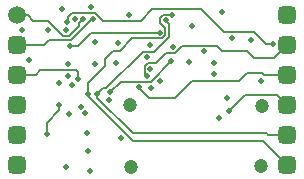
<source format=gbl>
G04*
G04 #@! TF.GenerationSoftware,Altium Limited,Altium Designer,20.0.10 (225)*
G04*
G04 Layer_Physical_Order=4*
G04 Layer_Color=16711680*
%FSLAX44Y44*%
%MOMM*%
G71*
G01*
G75*
%ADD12C,0.2000*%
%ADD13C,0.1500*%
G04:AMPARAMS|DCode=31|XSize=1.5mm|YSize=1.5mm|CornerRadius=0.375mm|HoleSize=0mm|Usage=FLASHONLY|Rotation=180.000|XOffset=0mm|YOffset=0mm|HoleType=Round|Shape=RoundedRectangle|*
%AMROUNDEDRECTD31*
21,1,1.5000,0.7500,0,0,180.0*
21,1,0.7500,1.5000,0,0,180.0*
1,1,0.7500,-0.3750,0.3750*
1,1,0.7500,0.3750,0.3750*
1,1,0.7500,0.3750,-0.3750*
1,1,0.7500,-0.3750,-0.3750*
%
%ADD31ROUNDEDRECTD31*%
%ADD32C,1.5000*%
%ADD33C,0.5000*%
%ADD34C,1.2000*%
D12*
X79250Y122000D02*
X104750D01*
X113002Y70500D02*
X130006Y87504D01*
X105554Y70500D02*
X113002D01*
X114506Y131756D02*
X155329D01*
X104750Y122000D02*
X114506Y131756D01*
X155329D02*
X174835Y112250D01*
X210745Y102255D02*
X217011D01*
X55450Y123200D02*
Y123500D01*
X43771Y109250D02*
X52021Y117500D01*
X38500Y109250D02*
X43771D01*
X25750Y122000D02*
X38500Y109250D01*
X52021Y119771D02*
X55450Y123200D01*
X52021Y117500D02*
Y119771D01*
X63221Y123750D02*
X63983D01*
X45221Y105750D02*
X63221Y123750D01*
X26914Y105750D02*
X45221D01*
X174835Y112250D02*
X200750D01*
X210745Y102255D01*
X51753Y72503D02*
Y78242D01*
X51750Y78245D02*
X51753Y78242D01*
X51750Y78245D02*
X51753Y78247D01*
X49750Y80250D02*
X51753Y78247D01*
X19750Y80250D02*
X49750D01*
X15750Y76250D02*
X19750Y80250D01*
X25000Y26000D02*
Y35751D01*
X0Y76200D02*
X15750D01*
X35500Y46251D02*
Y50500D01*
X25000Y35751D02*
X35500Y46251D01*
X105516Y70538D02*
X105554Y70500D01*
X87789Y70538D02*
X105516D01*
X78754Y61503D02*
X87789Y70538D01*
X22764Y101600D02*
X26914Y105750D01*
X13770Y122000D02*
X25750D01*
X8770Y127000D02*
X13770Y122000D01*
X0Y127000D02*
X8770D01*
X0Y101600D02*
X22764D01*
D13*
X66297Y128506D02*
X72804Y122000D01*
X46785Y128506D02*
X66297D01*
X43172Y124893D02*
X46785Y128506D01*
X43172Y121426D02*
Y124893D01*
X42502Y120756D02*
X43172Y121426D01*
X72804Y122000D02*
X79250D01*
X179000Y45250D02*
X193250Y59500D01*
X219900D02*
X228600Y50800D01*
X193250Y59500D02*
X219900D01*
X110925Y86250D02*
X117301D01*
X126051Y95000D02*
X133968D01*
X117301Y86250D02*
X126051Y95000D01*
X133968D02*
X139967Y101000D01*
X108142Y83468D02*
X110925Y86250D01*
X121014Y124224D02*
X123796Y127007D01*
X126627Y121065D02*
Y121394D01*
X131256Y127007D02*
X131506Y126756D01*
X123796Y127007D02*
X131256D01*
X121014Y119961D02*
X125500Y115475D01*
X121014Y119961D02*
Y124224D01*
X125764Y122257D02*
X126627Y121394D01*
X115710Y95750D02*
X128500Y108540D01*
Y119192D01*
X126627Y121065D02*
X128500Y119192D01*
X125500Y109782D02*
Y115475D01*
X122718Y107000D02*
X125500Y109782D01*
X139967Y101000D02*
X169032D01*
X173431Y96600D01*
X194701D01*
X200445Y90856D01*
X217856D01*
X228600Y101600D01*
X209031Y76200D02*
X228600D01*
X207227Y78004D02*
X209031Y76200D01*
X194731Y78004D02*
X207227D01*
X187949Y71222D02*
X194731Y78004D01*
X148440Y71222D02*
X187949D01*
X133968Y56750D02*
X148440Y71222D01*
X44502Y100255D02*
X51255D01*
X59750Y69218D02*
X74016Y83484D01*
X59858Y58614D02*
Y60000D01*
X59750Y58506D02*
X59858Y58614D01*
Y60000D02*
Y69110D01*
X59750Y69218D02*
X59858Y69110D01*
X59750Y58506D02*
X98006Y20250D01*
X106283Y95750D02*
X115710D01*
X98006Y20250D02*
X208350D01*
X108142Y77058D02*
X109700Y75500D01*
X103445Y64852D02*
Y65538D01*
Y64852D02*
X111547Y56750D01*
X133968D01*
X108142Y77058D02*
Y83468D01*
X68003Y56286D02*
Y60003D01*
X75533Y65000D02*
X106283Y95750D01*
X68003Y60003D02*
X73000Y65000D01*
X75533D01*
X68003Y56286D02*
X97740Y26549D01*
X211238D01*
X51255Y100255D02*
X62750Y111750D01*
X81250Y96750D02*
X87282D01*
X74016Y89516D02*
X81250Y96750D01*
X74016Y83484D02*
Y89516D01*
X87282Y96750D02*
X97532Y107000D01*
X122718D01*
X208350Y20250D02*
X228600Y0D01*
X212387Y25400D02*
X228600D01*
X211238Y26549D02*
X212387Y25400D01*
X62750Y111750D02*
X120750D01*
D31*
X0Y0D02*
D03*
Y25400D02*
D03*
Y50800D02*
D03*
Y101600D02*
D03*
Y76200D02*
D03*
X228600Y0D02*
D03*
Y25400D02*
D03*
Y50800D02*
D03*
Y76200D02*
D03*
Y101600D02*
D03*
Y127000D02*
D03*
D32*
X0D02*
D03*
D33*
X62253Y133257D02*
D03*
X206760Y71253D02*
D03*
X147948Y117250D02*
D03*
X130006Y87504D02*
D03*
X125764Y122257D02*
D03*
X131506Y126756D02*
D03*
X132000Y99750D02*
D03*
X166250Y86500D02*
D03*
X145750Y87000D02*
D03*
X158500Y96250D02*
D03*
X217011Y102255D02*
D03*
X55450Y123500D02*
D03*
X41700Y114250D02*
D03*
X42502Y120756D02*
D03*
X48752Y123756D02*
D03*
X63983Y123750D02*
D03*
X44502Y100255D02*
D03*
X37927Y131650D02*
D03*
X4500Y114500D02*
D03*
X95000Y127250D02*
D03*
X44250Y43000D02*
D03*
X51753Y72503D02*
D03*
X46089Y67968D02*
D03*
X43450Y74947D02*
D03*
X35252Y69003D02*
D03*
X77754Y55003D02*
D03*
X59858Y60000D02*
D03*
X87500Y22500D02*
D03*
X25000Y26000D02*
D03*
X35500Y50500D02*
D03*
X121006Y70753D02*
D03*
X112892Y81500D02*
D03*
X109750Y91000D02*
D03*
X113256Y65253D02*
D03*
X109700Y75500D02*
D03*
X103445Y65538D02*
D03*
X68003Y60003D02*
D03*
X53753Y49252D02*
D03*
X78754Y61503D02*
D03*
X166750Y76500D02*
D03*
X112255Y101505D02*
D03*
X179000Y45250D02*
D03*
X41000Y-1500D02*
D03*
X173750Y129750D02*
D03*
X177500Y56750D02*
D03*
X60000Y11500D02*
D03*
X83754Y86504D02*
D03*
X43200Y85500D02*
D03*
X26200Y114000D02*
D03*
X61950Y-5500D02*
D03*
X66200Y85500D02*
D03*
X85200Y103500D02*
D03*
X66200Y103750D02*
D03*
X198250Y105587D02*
D03*
X59000Y26750D02*
D03*
X57753Y43752D02*
D03*
X170812Y39558D02*
D03*
X120750Y111750D02*
D03*
X10000Y89000D02*
D03*
X182000Y107000D02*
D03*
D34*
X207000Y49500D02*
D03*
X95250Y50750D02*
D03*
X206796Y-1378D02*
D03*
X96699Y-1930D02*
D03*
M02*

</source>
